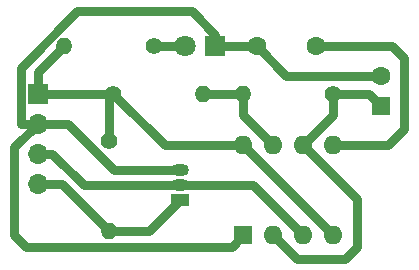
<source format=gbr>
%TF.GenerationSoftware,KiCad,Pcbnew,8.0.8*%
%TF.CreationDate,2025-01-21T12:15:44+05:30*%
%TF.ProjectId,555Timer,35353554-696d-4657-922e-6b696361645f,v1*%
%TF.SameCoordinates,Original*%
%TF.FileFunction,Copper,L2,Bot*%
%TF.FilePolarity,Positive*%
%FSLAX46Y46*%
G04 Gerber Fmt 4.6, Leading zero omitted, Abs format (unit mm)*
G04 Created by KiCad (PCBNEW 8.0.8) date 2025-01-21 12:15:44*
%MOMM*%
%LPD*%
G01*
G04 APERTURE LIST*
%TA.AperFunction,ComponentPad*%
%ADD10R,1.600000X1.600000*%
%TD*%
%TA.AperFunction,ComponentPad*%
%ADD11O,1.600000X1.600000*%
%TD*%
%TA.AperFunction,ComponentPad*%
%ADD12C,1.400000*%
%TD*%
%TA.AperFunction,ComponentPad*%
%ADD13O,1.400000X1.400000*%
%TD*%
%TA.AperFunction,ComponentPad*%
%ADD14R,1.500000X1.050000*%
%TD*%
%TA.AperFunction,ComponentPad*%
%ADD15O,1.500000X1.050000*%
%TD*%
%TA.AperFunction,ComponentPad*%
%ADD16R,1.700000X1.700000*%
%TD*%
%TA.AperFunction,ComponentPad*%
%ADD17O,1.700000X1.700000*%
%TD*%
%TA.AperFunction,ComponentPad*%
%ADD18R,1.800000X1.800000*%
%TD*%
%TA.AperFunction,ComponentPad*%
%ADD19C,1.800000*%
%TD*%
%TA.AperFunction,ComponentPad*%
%ADD20C,1.600000*%
%TD*%
%TA.AperFunction,Conductor*%
%ADD21C,0.762000*%
%TD*%
G04 APERTURE END LIST*
D10*
%TO.P,U1,1,GND*%
%TO.N,GND*%
X99310000Y-73620000D03*
D11*
%TO.P,U1,2,TR*%
%TO.N,THR*%
X101850000Y-73620000D03*
%TO.P,U1,3,Q*%
%TO.N,OUT1*%
X104390000Y-73620000D03*
%TO.P,U1,4,R*%
%TO.N,VCC*%
X106930000Y-73620000D03*
%TO.P,U1,5,CV*%
%TO.N,Net-(U1-CV)*%
X106930000Y-66000000D03*
%TO.P,U1,6,THR*%
%TO.N,THR*%
X104390000Y-66000000D03*
%TO.P,U1,7,DIS*%
%TO.N,DIS*%
X101850000Y-66000000D03*
%TO.P,U1,8,VCC*%
%TO.N,VCC*%
X99310000Y-66000000D03*
%TD*%
D12*
%TO.P,R4,1*%
%TO.N,VCC*%
X87930000Y-65620000D03*
D13*
%TO.P,R4,2*%
%TO.N,OUT2*%
X87930000Y-73240000D03*
%TD*%
D12*
%TO.P,R3,1*%
%TO.N,THR*%
X106930000Y-61620000D03*
D13*
%TO.P,R3,2*%
%TO.N,DIS*%
X99310000Y-61620000D03*
%TD*%
D12*
%TO.P,R2,1*%
%TO.N,VCC*%
X88310000Y-61620000D03*
D13*
%TO.P,R2,2*%
%TO.N,DIS*%
X95930000Y-61620000D03*
%TD*%
D12*
%TO.P,R1,1*%
%TO.N,Net-(D1-A)*%
X91740000Y-57620000D03*
D13*
%TO.P,R1,2*%
%TO.N,VCC*%
X84120000Y-57620000D03*
%TD*%
D14*
%TO.P,MOSFET1,1,D*%
%TO.N,OUT2*%
X93930000Y-70620000D03*
D15*
%TO.P,MOSFET1,2,G*%
%TO.N,OUT1*%
X93930000Y-69350000D03*
%TO.P,MOSFET1,3,S*%
%TO.N,GND*%
X93930000Y-68080000D03*
%TD*%
D16*
%TO.P,J1,1,Pin_1*%
%TO.N,VCC*%
X81930000Y-61620000D03*
D17*
%TO.P,J1,2,Pin_2*%
%TO.N,GND*%
X81930000Y-64160000D03*
%TO.P,J1,3,Pin_3*%
%TO.N,OUT1*%
X81930000Y-66700000D03*
%TO.P,J1,4,Pin_4*%
%TO.N,OUT2*%
X81930000Y-69240000D03*
%TD*%
D18*
%TO.P,D1,1,K*%
%TO.N,GND*%
X96930000Y-57620000D03*
D19*
%TO.P,D1,2,A*%
%TO.N,Net-(D1-A)*%
X94390000Y-57620000D03*
%TD*%
D10*
%TO.P,C2,1*%
%TO.N,THR*%
X110930000Y-62620000D03*
D20*
%TO.P,C2,2*%
%TO.N,GND*%
X110930000Y-60120000D03*
%TD*%
%TO.P,C1,1*%
%TO.N,GND*%
X100430000Y-57620000D03*
%TO.P,C1,2*%
%TO.N,Net-(U1-CV)*%
X105430000Y-57620000D03*
%TD*%
D21*
%TO.N,THR*%
X101850000Y-73620000D02*
X103850000Y-75620000D01*
X108930000Y-70540000D02*
X104390000Y-66000000D01*
X103850000Y-75620000D02*
X107930000Y-75620000D01*
X107930000Y-75620000D02*
X108930000Y-74620000D01*
X108930000Y-74620000D02*
X108930000Y-70540000D01*
%TO.N,Net-(U1-CV)*%
X105430000Y-57620000D02*
X111930000Y-57620000D01*
X111930000Y-57620000D02*
X112930000Y-58620000D01*
X112930000Y-58620000D02*
X112930000Y-64620000D01*
X112930000Y-64620000D02*
X111550000Y-66000000D01*
X111550000Y-66000000D02*
X106930000Y-66000000D01*
%TO.N,THR*%
X106930000Y-61620000D02*
X106930000Y-63460000D01*
X106930000Y-63460000D02*
X104390000Y-66000000D01*
%TO.N,DIS*%
X99310000Y-61620000D02*
X99310000Y-63460000D01*
X99310000Y-63460000D02*
X101850000Y-66000000D01*
%TO.N,VCC*%
X99310000Y-66000000D02*
X106930000Y-73620000D01*
%TO.N,OUT1*%
X104390000Y-73620000D02*
X100120000Y-69350000D01*
X100120000Y-69350000D02*
X93930000Y-69350000D01*
%TO.N,GND*%
X81930000Y-64160000D02*
X79930000Y-66160000D01*
X98355000Y-74575000D02*
X99310000Y-73620000D01*
X79930000Y-66160000D02*
X79930000Y-73620000D01*
X79930000Y-73620000D02*
X80885000Y-74575000D01*
X80885000Y-74575000D02*
X98355000Y-74575000D01*
%TO.N,VCC*%
X88310000Y-61620000D02*
X92690000Y-66000000D01*
X92690000Y-66000000D02*
X99310000Y-66000000D01*
%TO.N,GND*%
X100430000Y-57620000D02*
X102930000Y-60120000D01*
X102930000Y-60120000D02*
X110930000Y-60120000D01*
%TO.N,THR*%
X106930000Y-61620000D02*
X109930000Y-61620000D01*
X109930000Y-61620000D02*
X110930000Y-62620000D01*
%TO.N,GND*%
X96930000Y-57620000D02*
X100430000Y-57620000D01*
X85232024Y-54620000D02*
X94930000Y-54620000D01*
X80445000Y-59407024D02*
X85232024Y-54620000D01*
X80445000Y-64135000D02*
X80445000Y-59407024D01*
X94930000Y-54620000D02*
X96930000Y-56620000D01*
X96930000Y-56620000D02*
X96930000Y-57620000D01*
%TO.N,Net-(D1-A)*%
X94390000Y-57620000D02*
X91740000Y-57620000D01*
%TO.N,VCC*%
X81930000Y-61620000D02*
X81930000Y-59810000D01*
X81930000Y-59810000D02*
X84120000Y-57620000D01*
%TO.N,GND*%
X81930000Y-64160000D02*
X84470000Y-64160000D01*
X84470000Y-64160000D02*
X88390000Y-68080000D01*
X88390000Y-68080000D02*
X93930000Y-68080000D01*
%TO.N,OUT1*%
X81930000Y-66700000D02*
X83132081Y-66700000D01*
X85782081Y-69350000D02*
X93930000Y-69350000D01*
X83132081Y-66700000D02*
X85782081Y-69350000D01*
%TO.N,OUT2*%
X87930000Y-73240000D02*
X91310000Y-73240000D01*
X91310000Y-73240000D02*
X93930000Y-70620000D01*
X81930000Y-69240000D02*
X83930000Y-69240000D01*
X83930000Y-69240000D02*
X87930000Y-73240000D01*
%TO.N,VCC*%
X87930000Y-65620000D02*
X87930000Y-62000000D01*
X87930000Y-62000000D02*
X88310000Y-61620000D01*
%TO.N,DIS*%
X95930000Y-61620000D02*
X99310000Y-61620000D01*
%TO.N,VCC*%
X81930000Y-61620000D02*
X88310000Y-61620000D01*
%TO.N,GND*%
X80470000Y-64160000D02*
X80445000Y-64135000D01*
X81930000Y-64160000D02*
X80470000Y-64160000D01*
%TD*%
M02*

</source>
